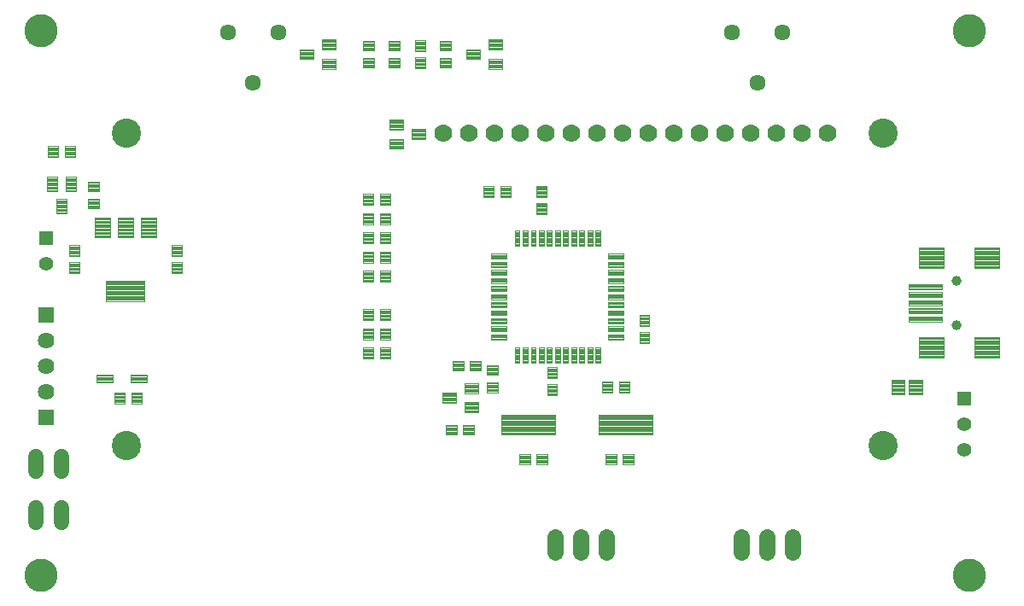
<source format=gts>
G75*
G70*
%OFA0B0*%
%FSLAX24Y24*%
%IPPOS*%
%LPD*%
%AMOC8*
5,1,8,0,0,1.08239X$1,22.5*
%
%ADD10C,0.0040*%
%ADD11C,0.0043*%
%ADD12R,0.0640X0.0640*%
%ADD13C,0.0640*%
%ADD14C,0.0041*%
%ADD15C,0.0394*%
%ADD16C,0.0044*%
%ADD17R,0.0555X0.0555*%
%ADD18C,0.0555*%
%ADD19C,0.0040*%
%ADD20C,0.1142*%
%ADD21C,0.0700*%
%ADD22C,0.0043*%
%ADD23C,0.0600*%
%ADD24C,0.1300*%
%ADD25C,0.0640*%
%ADD26C,0.0634*%
D10*
X024386Y014578D02*
X024386Y014774D01*
X024976Y014774D01*
X024976Y014578D01*
X024386Y014578D01*
X024386Y014617D02*
X024976Y014617D01*
X024976Y014656D02*
X024386Y014656D01*
X024386Y014695D02*
X024976Y014695D01*
X024976Y014734D02*
X024386Y014734D01*
X024386Y014773D02*
X024976Y014773D01*
X024386Y014893D02*
X024386Y015089D01*
X024976Y015089D01*
X024976Y014893D01*
X024386Y014893D01*
X024386Y014932D02*
X024976Y014932D01*
X024976Y014971D02*
X024386Y014971D01*
X024386Y015010D02*
X024976Y015010D01*
X024976Y015049D02*
X024386Y015049D01*
X024386Y015088D02*
X024976Y015088D01*
X024386Y015208D02*
X024386Y015404D01*
X024976Y015404D01*
X024976Y015208D01*
X024386Y015208D01*
X024386Y015247D02*
X024976Y015247D01*
X024976Y015286D02*
X024386Y015286D01*
X024386Y015325D02*
X024976Y015325D01*
X024976Y015364D02*
X024386Y015364D01*
X024386Y015403D02*
X024976Y015403D01*
X024386Y015523D02*
X024386Y015719D01*
X024976Y015719D01*
X024976Y015523D01*
X024386Y015523D01*
X024386Y015562D02*
X024976Y015562D01*
X024976Y015601D02*
X024386Y015601D01*
X024386Y015640D02*
X024976Y015640D01*
X024976Y015679D02*
X024386Y015679D01*
X024386Y015718D02*
X024976Y015718D01*
X024386Y015838D02*
X024386Y016034D01*
X024976Y016034D01*
X024976Y015838D01*
X024386Y015838D01*
X024386Y015877D02*
X024976Y015877D01*
X024976Y015916D02*
X024386Y015916D01*
X024386Y015955D02*
X024976Y015955D01*
X024976Y015994D02*
X024386Y015994D01*
X024386Y016033D02*
X024976Y016033D01*
X024386Y016153D02*
X024386Y016349D01*
X024976Y016349D01*
X024976Y016153D01*
X024386Y016153D01*
X024386Y016192D02*
X024976Y016192D01*
X024976Y016231D02*
X024386Y016231D01*
X024386Y016270D02*
X024976Y016270D01*
X024976Y016309D02*
X024386Y016309D01*
X024386Y016348D02*
X024976Y016348D01*
X024386Y016467D02*
X024386Y016663D01*
X024976Y016663D01*
X024976Y016467D01*
X024386Y016467D01*
X024386Y016506D02*
X024976Y016506D01*
X024976Y016545D02*
X024386Y016545D01*
X024386Y016584D02*
X024976Y016584D01*
X024976Y016623D02*
X024386Y016623D01*
X024386Y016662D02*
X024976Y016662D01*
X024386Y016782D02*
X024386Y016978D01*
X024976Y016978D01*
X024976Y016782D01*
X024386Y016782D01*
X024386Y016821D02*
X024976Y016821D01*
X024976Y016860D02*
X024386Y016860D01*
X024386Y016899D02*
X024976Y016899D01*
X024976Y016938D02*
X024386Y016938D01*
X024386Y016977D02*
X024976Y016977D01*
X024386Y017097D02*
X024386Y017293D01*
X024976Y017293D01*
X024976Y017097D01*
X024386Y017097D01*
X024386Y017136D02*
X024976Y017136D01*
X024976Y017175D02*
X024386Y017175D01*
X024386Y017214D02*
X024976Y017214D01*
X024976Y017253D02*
X024386Y017253D01*
X024386Y017292D02*
X024976Y017292D01*
X024386Y017412D02*
X024386Y017608D01*
X024976Y017608D01*
X024976Y017412D01*
X024386Y017412D01*
X024386Y017451D02*
X024976Y017451D01*
X024976Y017490D02*
X024386Y017490D01*
X024386Y017529D02*
X024976Y017529D01*
X024976Y017568D02*
X024386Y017568D01*
X024386Y017607D02*
X024976Y017607D01*
X024386Y017727D02*
X024386Y017923D01*
X024976Y017923D01*
X024976Y017727D01*
X024386Y017727D01*
X024386Y017766D02*
X024976Y017766D01*
X024976Y017805D02*
X024386Y017805D01*
X024386Y017844D02*
X024976Y017844D01*
X024976Y017883D02*
X024386Y017883D01*
X024386Y017922D02*
X024976Y017922D01*
X025291Y018239D02*
X025291Y018829D01*
X025487Y018829D01*
X025487Y018239D01*
X025291Y018239D01*
X025291Y018278D02*
X025487Y018278D01*
X025487Y018317D02*
X025291Y018317D01*
X025291Y018356D02*
X025487Y018356D01*
X025487Y018395D02*
X025291Y018395D01*
X025291Y018434D02*
X025487Y018434D01*
X025487Y018473D02*
X025291Y018473D01*
X025291Y018512D02*
X025487Y018512D01*
X025487Y018551D02*
X025291Y018551D01*
X025291Y018590D02*
X025487Y018590D01*
X025487Y018629D02*
X025291Y018629D01*
X025291Y018668D02*
X025487Y018668D01*
X025487Y018707D02*
X025291Y018707D01*
X025291Y018746D02*
X025487Y018746D01*
X025487Y018785D02*
X025291Y018785D01*
X025291Y018824D02*
X025487Y018824D01*
X025606Y018829D02*
X025606Y018239D01*
X025606Y018829D02*
X025802Y018829D01*
X025802Y018239D01*
X025606Y018239D01*
X025606Y018278D02*
X025802Y018278D01*
X025802Y018317D02*
X025606Y018317D01*
X025606Y018356D02*
X025802Y018356D01*
X025802Y018395D02*
X025606Y018395D01*
X025606Y018434D02*
X025802Y018434D01*
X025802Y018473D02*
X025606Y018473D01*
X025606Y018512D02*
X025802Y018512D01*
X025802Y018551D02*
X025606Y018551D01*
X025606Y018590D02*
X025802Y018590D01*
X025802Y018629D02*
X025606Y018629D01*
X025606Y018668D02*
X025802Y018668D01*
X025802Y018707D02*
X025606Y018707D01*
X025606Y018746D02*
X025802Y018746D01*
X025802Y018785D02*
X025606Y018785D01*
X025606Y018824D02*
X025802Y018824D01*
X025921Y018829D02*
X025921Y018239D01*
X025921Y018829D02*
X026117Y018829D01*
X026117Y018239D01*
X025921Y018239D01*
X025921Y018278D02*
X026117Y018278D01*
X026117Y018317D02*
X025921Y018317D01*
X025921Y018356D02*
X026117Y018356D01*
X026117Y018395D02*
X025921Y018395D01*
X025921Y018434D02*
X026117Y018434D01*
X026117Y018473D02*
X025921Y018473D01*
X025921Y018512D02*
X026117Y018512D01*
X026117Y018551D02*
X025921Y018551D01*
X025921Y018590D02*
X026117Y018590D01*
X026117Y018629D02*
X025921Y018629D01*
X025921Y018668D02*
X026117Y018668D01*
X026117Y018707D02*
X025921Y018707D01*
X025921Y018746D02*
X026117Y018746D01*
X026117Y018785D02*
X025921Y018785D01*
X025921Y018824D02*
X026117Y018824D01*
X026236Y018829D02*
X026236Y018239D01*
X026236Y018829D02*
X026432Y018829D01*
X026432Y018239D01*
X026236Y018239D01*
X026236Y018278D02*
X026432Y018278D01*
X026432Y018317D02*
X026236Y018317D01*
X026236Y018356D02*
X026432Y018356D01*
X026432Y018395D02*
X026236Y018395D01*
X026236Y018434D02*
X026432Y018434D01*
X026432Y018473D02*
X026236Y018473D01*
X026236Y018512D02*
X026432Y018512D01*
X026432Y018551D02*
X026236Y018551D01*
X026236Y018590D02*
X026432Y018590D01*
X026432Y018629D02*
X026236Y018629D01*
X026236Y018668D02*
X026432Y018668D01*
X026432Y018707D02*
X026236Y018707D01*
X026236Y018746D02*
X026432Y018746D01*
X026432Y018785D02*
X026236Y018785D01*
X026236Y018824D02*
X026432Y018824D01*
X026551Y018829D02*
X026551Y018239D01*
X026551Y018829D02*
X026747Y018829D01*
X026747Y018239D01*
X026551Y018239D01*
X026551Y018278D02*
X026747Y018278D01*
X026747Y018317D02*
X026551Y018317D01*
X026551Y018356D02*
X026747Y018356D01*
X026747Y018395D02*
X026551Y018395D01*
X026551Y018434D02*
X026747Y018434D01*
X026747Y018473D02*
X026551Y018473D01*
X026551Y018512D02*
X026747Y018512D01*
X026747Y018551D02*
X026551Y018551D01*
X026551Y018590D02*
X026747Y018590D01*
X026747Y018629D02*
X026551Y018629D01*
X026551Y018668D02*
X026747Y018668D01*
X026747Y018707D02*
X026551Y018707D01*
X026551Y018746D02*
X026747Y018746D01*
X026747Y018785D02*
X026551Y018785D01*
X026551Y018824D02*
X026747Y018824D01*
X026866Y018829D02*
X026866Y018239D01*
X026866Y018829D02*
X027062Y018829D01*
X027062Y018239D01*
X026866Y018239D01*
X026866Y018278D02*
X027062Y018278D01*
X027062Y018317D02*
X026866Y018317D01*
X026866Y018356D02*
X027062Y018356D01*
X027062Y018395D02*
X026866Y018395D01*
X026866Y018434D02*
X027062Y018434D01*
X027062Y018473D02*
X026866Y018473D01*
X026866Y018512D02*
X027062Y018512D01*
X027062Y018551D02*
X026866Y018551D01*
X026866Y018590D02*
X027062Y018590D01*
X027062Y018629D02*
X026866Y018629D01*
X026866Y018668D02*
X027062Y018668D01*
X027062Y018707D02*
X026866Y018707D01*
X026866Y018746D02*
X027062Y018746D01*
X027062Y018785D02*
X026866Y018785D01*
X026866Y018824D02*
X027062Y018824D01*
X027181Y018829D02*
X027181Y018239D01*
X027181Y018829D02*
X027377Y018829D01*
X027377Y018239D01*
X027181Y018239D01*
X027181Y018278D02*
X027377Y018278D01*
X027377Y018317D02*
X027181Y018317D01*
X027181Y018356D02*
X027377Y018356D01*
X027377Y018395D02*
X027181Y018395D01*
X027181Y018434D02*
X027377Y018434D01*
X027377Y018473D02*
X027181Y018473D01*
X027181Y018512D02*
X027377Y018512D01*
X027377Y018551D02*
X027181Y018551D01*
X027181Y018590D02*
X027377Y018590D01*
X027377Y018629D02*
X027181Y018629D01*
X027181Y018668D02*
X027377Y018668D01*
X027377Y018707D02*
X027181Y018707D01*
X027181Y018746D02*
X027377Y018746D01*
X027377Y018785D02*
X027181Y018785D01*
X027181Y018824D02*
X027377Y018824D01*
X027496Y018829D02*
X027496Y018239D01*
X027496Y018829D02*
X027692Y018829D01*
X027692Y018239D01*
X027496Y018239D01*
X027496Y018278D02*
X027692Y018278D01*
X027692Y018317D02*
X027496Y018317D01*
X027496Y018356D02*
X027692Y018356D01*
X027692Y018395D02*
X027496Y018395D01*
X027496Y018434D02*
X027692Y018434D01*
X027692Y018473D02*
X027496Y018473D01*
X027496Y018512D02*
X027692Y018512D01*
X027692Y018551D02*
X027496Y018551D01*
X027496Y018590D02*
X027692Y018590D01*
X027692Y018629D02*
X027496Y018629D01*
X027496Y018668D02*
X027692Y018668D01*
X027692Y018707D02*
X027496Y018707D01*
X027496Y018746D02*
X027692Y018746D01*
X027692Y018785D02*
X027496Y018785D01*
X027496Y018824D02*
X027692Y018824D01*
X027811Y018829D02*
X027811Y018239D01*
X027811Y018829D02*
X028007Y018829D01*
X028007Y018239D01*
X027811Y018239D01*
X027811Y018278D02*
X028007Y018278D01*
X028007Y018317D02*
X027811Y018317D01*
X027811Y018356D02*
X028007Y018356D01*
X028007Y018395D02*
X027811Y018395D01*
X027811Y018434D02*
X028007Y018434D01*
X028007Y018473D02*
X027811Y018473D01*
X027811Y018512D02*
X028007Y018512D01*
X028007Y018551D02*
X027811Y018551D01*
X027811Y018590D02*
X028007Y018590D01*
X028007Y018629D02*
X027811Y018629D01*
X027811Y018668D02*
X028007Y018668D01*
X028007Y018707D02*
X027811Y018707D01*
X027811Y018746D02*
X028007Y018746D01*
X028007Y018785D02*
X027811Y018785D01*
X027811Y018824D02*
X028007Y018824D01*
X028126Y018829D02*
X028126Y018239D01*
X028126Y018829D02*
X028322Y018829D01*
X028322Y018239D01*
X028126Y018239D01*
X028126Y018278D02*
X028322Y018278D01*
X028322Y018317D02*
X028126Y018317D01*
X028126Y018356D02*
X028322Y018356D01*
X028322Y018395D02*
X028126Y018395D01*
X028126Y018434D02*
X028322Y018434D01*
X028322Y018473D02*
X028126Y018473D01*
X028126Y018512D02*
X028322Y018512D01*
X028322Y018551D02*
X028126Y018551D01*
X028126Y018590D02*
X028322Y018590D01*
X028322Y018629D02*
X028126Y018629D01*
X028126Y018668D02*
X028322Y018668D01*
X028322Y018707D02*
X028126Y018707D01*
X028126Y018746D02*
X028322Y018746D01*
X028322Y018785D02*
X028126Y018785D01*
X028126Y018824D02*
X028322Y018824D01*
X028441Y018829D02*
X028441Y018239D01*
X028441Y018829D02*
X028637Y018829D01*
X028637Y018239D01*
X028441Y018239D01*
X028441Y018278D02*
X028637Y018278D01*
X028637Y018317D02*
X028441Y018317D01*
X028441Y018356D02*
X028637Y018356D01*
X028637Y018395D02*
X028441Y018395D01*
X028441Y018434D02*
X028637Y018434D01*
X028637Y018473D02*
X028441Y018473D01*
X028441Y018512D02*
X028637Y018512D01*
X028637Y018551D02*
X028441Y018551D01*
X028441Y018590D02*
X028637Y018590D01*
X028637Y018629D02*
X028441Y018629D01*
X028441Y018668D02*
X028637Y018668D01*
X028637Y018707D02*
X028441Y018707D01*
X028441Y018746D02*
X028637Y018746D01*
X028637Y018785D02*
X028441Y018785D01*
X028441Y018824D02*
X028637Y018824D01*
X028953Y017923D02*
X028953Y017727D01*
X028953Y017923D02*
X029543Y017923D01*
X029543Y017727D01*
X028953Y017727D01*
X028953Y017766D02*
X029543Y017766D01*
X029543Y017805D02*
X028953Y017805D01*
X028953Y017844D02*
X029543Y017844D01*
X029543Y017883D02*
X028953Y017883D01*
X028953Y017922D02*
X029543Y017922D01*
X028953Y017608D02*
X028953Y017412D01*
X028953Y017608D02*
X029543Y017608D01*
X029543Y017412D01*
X028953Y017412D01*
X028953Y017451D02*
X029543Y017451D01*
X029543Y017490D02*
X028953Y017490D01*
X028953Y017529D02*
X029543Y017529D01*
X029543Y017568D02*
X028953Y017568D01*
X028953Y017607D02*
X029543Y017607D01*
X028953Y017293D02*
X028953Y017097D01*
X028953Y017293D02*
X029543Y017293D01*
X029543Y017097D01*
X028953Y017097D01*
X028953Y017136D02*
X029543Y017136D01*
X029543Y017175D02*
X028953Y017175D01*
X028953Y017214D02*
X029543Y017214D01*
X029543Y017253D02*
X028953Y017253D01*
X028953Y017292D02*
X029543Y017292D01*
X028953Y016978D02*
X028953Y016782D01*
X028953Y016978D02*
X029543Y016978D01*
X029543Y016782D01*
X028953Y016782D01*
X028953Y016821D02*
X029543Y016821D01*
X029543Y016860D02*
X028953Y016860D01*
X028953Y016899D02*
X029543Y016899D01*
X029543Y016938D02*
X028953Y016938D01*
X028953Y016977D02*
X029543Y016977D01*
X028953Y016663D02*
X028953Y016467D01*
X028953Y016663D02*
X029543Y016663D01*
X029543Y016467D01*
X028953Y016467D01*
X028953Y016506D02*
X029543Y016506D01*
X029543Y016545D02*
X028953Y016545D01*
X028953Y016584D02*
X029543Y016584D01*
X029543Y016623D02*
X028953Y016623D01*
X028953Y016662D02*
X029543Y016662D01*
X028953Y016349D02*
X028953Y016153D01*
X028953Y016349D02*
X029543Y016349D01*
X029543Y016153D01*
X028953Y016153D01*
X028953Y016192D02*
X029543Y016192D01*
X029543Y016231D02*
X028953Y016231D01*
X028953Y016270D02*
X029543Y016270D01*
X029543Y016309D02*
X028953Y016309D01*
X028953Y016348D02*
X029543Y016348D01*
X028953Y016034D02*
X028953Y015838D01*
X028953Y016034D02*
X029543Y016034D01*
X029543Y015838D01*
X028953Y015838D01*
X028953Y015877D02*
X029543Y015877D01*
X029543Y015916D02*
X028953Y015916D01*
X028953Y015955D02*
X029543Y015955D01*
X029543Y015994D02*
X028953Y015994D01*
X028953Y016033D02*
X029543Y016033D01*
X028953Y015719D02*
X028953Y015523D01*
X028953Y015719D02*
X029543Y015719D01*
X029543Y015523D01*
X028953Y015523D01*
X028953Y015562D02*
X029543Y015562D01*
X029543Y015601D02*
X028953Y015601D01*
X028953Y015640D02*
X029543Y015640D01*
X029543Y015679D02*
X028953Y015679D01*
X028953Y015718D02*
X029543Y015718D01*
X028953Y015404D02*
X028953Y015208D01*
X028953Y015404D02*
X029543Y015404D01*
X029543Y015208D01*
X028953Y015208D01*
X028953Y015247D02*
X029543Y015247D01*
X029543Y015286D02*
X028953Y015286D01*
X028953Y015325D02*
X029543Y015325D01*
X029543Y015364D02*
X028953Y015364D01*
X028953Y015403D02*
X029543Y015403D01*
X028953Y015089D02*
X028953Y014893D01*
X028953Y015089D02*
X029543Y015089D01*
X029543Y014893D01*
X028953Y014893D01*
X028953Y014932D02*
X029543Y014932D01*
X029543Y014971D02*
X028953Y014971D01*
X028953Y015010D02*
X029543Y015010D01*
X029543Y015049D02*
X028953Y015049D01*
X028953Y015088D02*
X029543Y015088D01*
X028953Y014774D02*
X028953Y014578D01*
X028953Y014774D02*
X029543Y014774D01*
X029543Y014578D01*
X028953Y014578D01*
X028953Y014617D02*
X029543Y014617D01*
X029543Y014656D02*
X028953Y014656D01*
X028953Y014695D02*
X029543Y014695D01*
X029543Y014734D02*
X028953Y014734D01*
X028953Y014773D02*
X029543Y014773D01*
X028441Y014262D02*
X028441Y013672D01*
X028441Y014262D02*
X028637Y014262D01*
X028637Y013672D01*
X028441Y013672D01*
X028441Y013711D02*
X028637Y013711D01*
X028637Y013750D02*
X028441Y013750D01*
X028441Y013789D02*
X028637Y013789D01*
X028637Y013828D02*
X028441Y013828D01*
X028441Y013867D02*
X028637Y013867D01*
X028637Y013906D02*
X028441Y013906D01*
X028441Y013945D02*
X028637Y013945D01*
X028637Y013984D02*
X028441Y013984D01*
X028441Y014023D02*
X028637Y014023D01*
X028637Y014062D02*
X028441Y014062D01*
X028441Y014101D02*
X028637Y014101D01*
X028637Y014140D02*
X028441Y014140D01*
X028441Y014179D02*
X028637Y014179D01*
X028637Y014218D02*
X028441Y014218D01*
X028441Y014257D02*
X028637Y014257D01*
X028126Y014262D02*
X028126Y013672D01*
X028126Y014262D02*
X028322Y014262D01*
X028322Y013672D01*
X028126Y013672D01*
X028126Y013711D02*
X028322Y013711D01*
X028322Y013750D02*
X028126Y013750D01*
X028126Y013789D02*
X028322Y013789D01*
X028322Y013828D02*
X028126Y013828D01*
X028126Y013867D02*
X028322Y013867D01*
X028322Y013906D02*
X028126Y013906D01*
X028126Y013945D02*
X028322Y013945D01*
X028322Y013984D02*
X028126Y013984D01*
X028126Y014023D02*
X028322Y014023D01*
X028322Y014062D02*
X028126Y014062D01*
X028126Y014101D02*
X028322Y014101D01*
X028322Y014140D02*
X028126Y014140D01*
X028126Y014179D02*
X028322Y014179D01*
X028322Y014218D02*
X028126Y014218D01*
X028126Y014257D02*
X028322Y014257D01*
X027811Y014262D02*
X027811Y013672D01*
X027811Y014262D02*
X028007Y014262D01*
X028007Y013672D01*
X027811Y013672D01*
X027811Y013711D02*
X028007Y013711D01*
X028007Y013750D02*
X027811Y013750D01*
X027811Y013789D02*
X028007Y013789D01*
X028007Y013828D02*
X027811Y013828D01*
X027811Y013867D02*
X028007Y013867D01*
X028007Y013906D02*
X027811Y013906D01*
X027811Y013945D02*
X028007Y013945D01*
X028007Y013984D02*
X027811Y013984D01*
X027811Y014023D02*
X028007Y014023D01*
X028007Y014062D02*
X027811Y014062D01*
X027811Y014101D02*
X028007Y014101D01*
X028007Y014140D02*
X027811Y014140D01*
X027811Y014179D02*
X028007Y014179D01*
X028007Y014218D02*
X027811Y014218D01*
X027811Y014257D02*
X028007Y014257D01*
X027496Y014262D02*
X027496Y013672D01*
X027496Y014262D02*
X027692Y014262D01*
X027692Y013672D01*
X027496Y013672D01*
X027496Y013711D02*
X027692Y013711D01*
X027692Y013750D02*
X027496Y013750D01*
X027496Y013789D02*
X027692Y013789D01*
X027692Y013828D02*
X027496Y013828D01*
X027496Y013867D02*
X027692Y013867D01*
X027692Y013906D02*
X027496Y013906D01*
X027496Y013945D02*
X027692Y013945D01*
X027692Y013984D02*
X027496Y013984D01*
X027496Y014023D02*
X027692Y014023D01*
X027692Y014062D02*
X027496Y014062D01*
X027496Y014101D02*
X027692Y014101D01*
X027692Y014140D02*
X027496Y014140D01*
X027496Y014179D02*
X027692Y014179D01*
X027692Y014218D02*
X027496Y014218D01*
X027496Y014257D02*
X027692Y014257D01*
X027181Y014262D02*
X027181Y013672D01*
X027181Y014262D02*
X027377Y014262D01*
X027377Y013672D01*
X027181Y013672D01*
X027181Y013711D02*
X027377Y013711D01*
X027377Y013750D02*
X027181Y013750D01*
X027181Y013789D02*
X027377Y013789D01*
X027377Y013828D02*
X027181Y013828D01*
X027181Y013867D02*
X027377Y013867D01*
X027377Y013906D02*
X027181Y013906D01*
X027181Y013945D02*
X027377Y013945D01*
X027377Y013984D02*
X027181Y013984D01*
X027181Y014023D02*
X027377Y014023D01*
X027377Y014062D02*
X027181Y014062D01*
X027181Y014101D02*
X027377Y014101D01*
X027377Y014140D02*
X027181Y014140D01*
X027181Y014179D02*
X027377Y014179D01*
X027377Y014218D02*
X027181Y014218D01*
X027181Y014257D02*
X027377Y014257D01*
X026866Y014262D02*
X026866Y013672D01*
X026866Y014262D02*
X027062Y014262D01*
X027062Y013672D01*
X026866Y013672D01*
X026866Y013711D02*
X027062Y013711D01*
X027062Y013750D02*
X026866Y013750D01*
X026866Y013789D02*
X027062Y013789D01*
X027062Y013828D02*
X026866Y013828D01*
X026866Y013867D02*
X027062Y013867D01*
X027062Y013906D02*
X026866Y013906D01*
X026866Y013945D02*
X027062Y013945D01*
X027062Y013984D02*
X026866Y013984D01*
X026866Y014023D02*
X027062Y014023D01*
X027062Y014062D02*
X026866Y014062D01*
X026866Y014101D02*
X027062Y014101D01*
X027062Y014140D02*
X026866Y014140D01*
X026866Y014179D02*
X027062Y014179D01*
X027062Y014218D02*
X026866Y014218D01*
X026866Y014257D02*
X027062Y014257D01*
X026551Y014262D02*
X026551Y013672D01*
X026551Y014262D02*
X026747Y014262D01*
X026747Y013672D01*
X026551Y013672D01*
X026551Y013711D02*
X026747Y013711D01*
X026747Y013750D02*
X026551Y013750D01*
X026551Y013789D02*
X026747Y013789D01*
X026747Y013828D02*
X026551Y013828D01*
X026551Y013867D02*
X026747Y013867D01*
X026747Y013906D02*
X026551Y013906D01*
X026551Y013945D02*
X026747Y013945D01*
X026747Y013984D02*
X026551Y013984D01*
X026551Y014023D02*
X026747Y014023D01*
X026747Y014062D02*
X026551Y014062D01*
X026551Y014101D02*
X026747Y014101D01*
X026747Y014140D02*
X026551Y014140D01*
X026551Y014179D02*
X026747Y014179D01*
X026747Y014218D02*
X026551Y014218D01*
X026551Y014257D02*
X026747Y014257D01*
X026236Y014262D02*
X026236Y013672D01*
X026236Y014262D02*
X026432Y014262D01*
X026432Y013672D01*
X026236Y013672D01*
X026236Y013711D02*
X026432Y013711D01*
X026432Y013750D02*
X026236Y013750D01*
X026236Y013789D02*
X026432Y013789D01*
X026432Y013828D02*
X026236Y013828D01*
X026236Y013867D02*
X026432Y013867D01*
X026432Y013906D02*
X026236Y013906D01*
X026236Y013945D02*
X026432Y013945D01*
X026432Y013984D02*
X026236Y013984D01*
X026236Y014023D02*
X026432Y014023D01*
X026432Y014062D02*
X026236Y014062D01*
X026236Y014101D02*
X026432Y014101D01*
X026432Y014140D02*
X026236Y014140D01*
X026236Y014179D02*
X026432Y014179D01*
X026432Y014218D02*
X026236Y014218D01*
X026236Y014257D02*
X026432Y014257D01*
X025921Y014262D02*
X025921Y013672D01*
X025921Y014262D02*
X026117Y014262D01*
X026117Y013672D01*
X025921Y013672D01*
X025921Y013711D02*
X026117Y013711D01*
X026117Y013750D02*
X025921Y013750D01*
X025921Y013789D02*
X026117Y013789D01*
X026117Y013828D02*
X025921Y013828D01*
X025921Y013867D02*
X026117Y013867D01*
X026117Y013906D02*
X025921Y013906D01*
X025921Y013945D02*
X026117Y013945D01*
X026117Y013984D02*
X025921Y013984D01*
X025921Y014023D02*
X026117Y014023D01*
X026117Y014062D02*
X025921Y014062D01*
X025921Y014101D02*
X026117Y014101D01*
X026117Y014140D02*
X025921Y014140D01*
X025921Y014179D02*
X026117Y014179D01*
X026117Y014218D02*
X025921Y014218D01*
X025921Y014257D02*
X026117Y014257D01*
X025606Y014262D02*
X025606Y013672D01*
X025606Y014262D02*
X025802Y014262D01*
X025802Y013672D01*
X025606Y013672D01*
X025606Y013711D02*
X025802Y013711D01*
X025802Y013750D02*
X025606Y013750D01*
X025606Y013789D02*
X025802Y013789D01*
X025802Y013828D02*
X025606Y013828D01*
X025606Y013867D02*
X025802Y013867D01*
X025802Y013906D02*
X025606Y013906D01*
X025606Y013945D02*
X025802Y013945D01*
X025802Y013984D02*
X025606Y013984D01*
X025606Y014023D02*
X025802Y014023D01*
X025802Y014062D02*
X025606Y014062D01*
X025606Y014101D02*
X025802Y014101D01*
X025802Y014140D02*
X025606Y014140D01*
X025606Y014179D02*
X025802Y014179D01*
X025802Y014218D02*
X025606Y014218D01*
X025606Y014257D02*
X025802Y014257D01*
X025291Y014262D02*
X025291Y013672D01*
X025291Y014262D02*
X025487Y014262D01*
X025487Y013672D01*
X025291Y013672D01*
X025291Y013711D02*
X025487Y013711D01*
X025487Y013750D02*
X025291Y013750D01*
X025291Y013789D02*
X025487Y013789D01*
X025487Y013828D02*
X025291Y013828D01*
X025291Y013867D02*
X025487Y013867D01*
X025487Y013906D02*
X025291Y013906D01*
X025291Y013945D02*
X025487Y013945D01*
X025487Y013984D02*
X025291Y013984D01*
X025291Y014023D02*
X025487Y014023D01*
X025487Y014062D02*
X025291Y014062D01*
X025291Y014101D02*
X025487Y014101D01*
X025487Y014140D02*
X025291Y014140D01*
X025291Y014179D02*
X025487Y014179D01*
X025487Y014218D02*
X025291Y014218D01*
X025291Y014257D02*
X025487Y014257D01*
X041963Y015287D02*
X041963Y015483D01*
X041963Y015287D02*
X040665Y015287D01*
X040665Y015483D01*
X041963Y015483D01*
X041963Y015326D02*
X040665Y015326D01*
X040665Y015365D02*
X041963Y015365D01*
X041963Y015404D02*
X040665Y015404D01*
X040665Y015443D02*
X041963Y015443D01*
X041963Y015482D02*
X040665Y015482D01*
X041963Y015602D02*
X041963Y015798D01*
X041963Y015602D02*
X040665Y015602D01*
X040665Y015798D01*
X041963Y015798D01*
X041963Y015641D02*
X040665Y015641D01*
X040665Y015680D02*
X041963Y015680D01*
X041963Y015719D02*
X040665Y015719D01*
X040665Y015758D02*
X041963Y015758D01*
X041963Y015797D02*
X040665Y015797D01*
X041963Y015916D02*
X041963Y016112D01*
X041963Y015916D02*
X040665Y015916D01*
X040665Y016112D01*
X041963Y016112D01*
X041963Y015955D02*
X040665Y015955D01*
X040665Y015994D02*
X041963Y015994D01*
X041963Y016033D02*
X040665Y016033D01*
X040665Y016072D02*
X041963Y016072D01*
X041963Y016111D02*
X040665Y016111D01*
X041963Y016231D02*
X041963Y016427D01*
X041963Y016231D02*
X040665Y016231D01*
X040665Y016427D01*
X041963Y016427D01*
X041963Y016270D02*
X040665Y016270D01*
X040665Y016309D02*
X041963Y016309D01*
X041963Y016348D02*
X040665Y016348D01*
X040665Y016387D02*
X041963Y016387D01*
X041963Y016426D02*
X040665Y016426D01*
X041963Y016546D02*
X041963Y016742D01*
X041963Y016546D02*
X040665Y016546D01*
X040665Y016742D01*
X041963Y016742D01*
X041963Y016585D02*
X040665Y016585D01*
X040665Y016624D02*
X041963Y016624D01*
X041963Y016663D02*
X040665Y016663D01*
X040665Y016702D02*
X041963Y016702D01*
X041963Y016741D02*
X040665Y016741D01*
D11*
X030161Y015540D02*
X030161Y015110D01*
X030161Y015540D02*
X030553Y015540D01*
X030553Y015110D01*
X030161Y015110D01*
X030161Y015152D02*
X030553Y015152D01*
X030553Y015194D02*
X030161Y015194D01*
X030161Y015236D02*
X030553Y015236D01*
X030553Y015278D02*
X030161Y015278D01*
X030161Y015320D02*
X030553Y015320D01*
X030553Y015362D02*
X030161Y015362D01*
X030161Y015404D02*
X030553Y015404D01*
X030553Y015446D02*
X030161Y015446D01*
X030161Y015488D02*
X030553Y015488D01*
X030553Y015530D02*
X030161Y015530D01*
X030161Y014871D02*
X030161Y014441D01*
X030161Y014871D02*
X030553Y014871D01*
X030553Y014441D01*
X030161Y014441D01*
X030161Y014483D02*
X030553Y014483D01*
X030553Y014525D02*
X030161Y014525D01*
X030161Y014567D02*
X030553Y014567D01*
X030553Y014609D02*
X030161Y014609D01*
X030161Y014651D02*
X030553Y014651D01*
X030553Y014693D02*
X030161Y014693D01*
X030161Y014735D02*
X030553Y014735D01*
X030553Y014777D02*
X030161Y014777D01*
X030161Y014819D02*
X030553Y014819D01*
X030553Y014861D02*
X030161Y014861D01*
X029770Y012511D02*
X029378Y012511D01*
X029378Y012941D01*
X029770Y012941D01*
X029770Y012511D01*
X029770Y012553D02*
X029378Y012553D01*
X029378Y012595D02*
X029770Y012595D01*
X029770Y012637D02*
X029378Y012637D01*
X029378Y012679D02*
X029770Y012679D01*
X029770Y012721D02*
X029378Y012721D01*
X029378Y012763D02*
X029770Y012763D01*
X029770Y012805D02*
X029378Y012805D01*
X029378Y012847D02*
X029770Y012847D01*
X029770Y012889D02*
X029378Y012889D01*
X029378Y012931D02*
X029770Y012931D01*
X029100Y012511D02*
X028708Y012511D01*
X028708Y012941D01*
X029100Y012941D01*
X029100Y012511D01*
X029100Y012553D02*
X028708Y012553D01*
X028708Y012595D02*
X029100Y012595D01*
X029100Y012637D02*
X028708Y012637D01*
X028708Y012679D02*
X029100Y012679D01*
X029100Y012721D02*
X028708Y012721D01*
X028708Y012763D02*
X029100Y012763D01*
X029100Y012805D02*
X028708Y012805D01*
X028708Y012847D02*
X029100Y012847D01*
X029100Y012889D02*
X028708Y012889D01*
X028708Y012931D02*
X029100Y012931D01*
X026948Y012831D02*
X026948Y012401D01*
X026556Y012401D01*
X026556Y012831D01*
X026948Y012831D01*
X026948Y012443D02*
X026556Y012443D01*
X026556Y012485D02*
X026948Y012485D01*
X026948Y012527D02*
X026556Y012527D01*
X026556Y012569D02*
X026948Y012569D01*
X026948Y012611D02*
X026556Y012611D01*
X026556Y012653D02*
X026948Y012653D01*
X026948Y012695D02*
X026556Y012695D01*
X026556Y012737D02*
X026948Y012737D01*
X026948Y012779D02*
X026556Y012779D01*
X026556Y012821D02*
X026948Y012821D01*
X026948Y013070D02*
X026948Y013500D01*
X026948Y013070D02*
X026556Y013070D01*
X026556Y013500D01*
X026948Y013500D01*
X026948Y013112D02*
X026556Y013112D01*
X026556Y013154D02*
X026948Y013154D01*
X026948Y013196D02*
X026556Y013196D01*
X026556Y013238D02*
X026948Y013238D01*
X026948Y013280D02*
X026556Y013280D01*
X026556Y013322D02*
X026948Y013322D01*
X026948Y013364D02*
X026556Y013364D01*
X026556Y013406D02*
X026948Y013406D01*
X026948Y013448D02*
X026556Y013448D01*
X026556Y013490D02*
X026948Y013490D01*
X024199Y013581D02*
X024199Y013189D01*
X024199Y013581D02*
X024629Y013581D01*
X024629Y013189D01*
X024199Y013189D01*
X024199Y013231D02*
X024629Y013231D01*
X024629Y013273D02*
X024199Y013273D01*
X024199Y013315D02*
X024629Y013315D01*
X024629Y013357D02*
X024199Y013357D01*
X024199Y013399D02*
X024629Y013399D01*
X024629Y013441D02*
X024199Y013441D01*
X024199Y013483D02*
X024629Y013483D01*
X024629Y013525D02*
X024199Y013525D01*
X024199Y013567D02*
X024629Y013567D01*
X024199Y012912D02*
X024199Y012520D01*
X024199Y012912D02*
X024629Y012912D01*
X024629Y012520D01*
X024199Y012520D01*
X024199Y012562D02*
X024629Y012562D01*
X024629Y012604D02*
X024199Y012604D01*
X024199Y012646D02*
X024629Y012646D01*
X024629Y012688D02*
X024199Y012688D01*
X024199Y012730D02*
X024629Y012730D01*
X024629Y012772D02*
X024199Y012772D01*
X024199Y012814D02*
X024629Y012814D01*
X024629Y012856D02*
X024199Y012856D01*
X024199Y012898D02*
X024629Y012898D01*
X023871Y012871D02*
X023871Y012479D01*
X023323Y012479D01*
X023323Y012871D01*
X023871Y012871D01*
X023871Y012521D02*
X023323Y012521D01*
X023323Y012563D02*
X023871Y012563D01*
X023871Y012605D02*
X023323Y012605D01*
X023323Y012647D02*
X023871Y012647D01*
X023871Y012689D02*
X023323Y012689D01*
X023323Y012731D02*
X023871Y012731D01*
X023871Y012773D02*
X023323Y012773D01*
X023323Y012815D02*
X023871Y012815D01*
X023871Y012857D02*
X023323Y012857D01*
X023294Y013355D02*
X022864Y013355D01*
X022864Y013747D01*
X023294Y013747D01*
X023294Y013355D01*
X023294Y013397D02*
X022864Y013397D01*
X022864Y013439D02*
X023294Y013439D01*
X023294Y013481D02*
X022864Y013481D01*
X022864Y013523D02*
X023294Y013523D01*
X023294Y013565D02*
X022864Y013565D01*
X022864Y013607D02*
X023294Y013607D01*
X023294Y013649D02*
X022864Y013649D01*
X022864Y013691D02*
X023294Y013691D01*
X023294Y013733D02*
X022864Y013733D01*
X023534Y013355D02*
X023964Y013355D01*
X023534Y013355D02*
X023534Y013747D01*
X023964Y013747D01*
X023964Y013355D01*
X023964Y013397D02*
X023534Y013397D01*
X023534Y013439D02*
X023964Y013439D01*
X023964Y013481D02*
X023534Y013481D01*
X023534Y013523D02*
X023964Y013523D01*
X023964Y013565D02*
X023534Y013565D01*
X023534Y013607D02*
X023964Y013607D01*
X023964Y013649D02*
X023534Y013649D01*
X023534Y013691D02*
X023964Y013691D01*
X023964Y013733D02*
X023534Y013733D01*
X023005Y012497D02*
X023005Y012105D01*
X022457Y012105D01*
X022457Y012497D01*
X023005Y012497D01*
X023005Y012147D02*
X022457Y012147D01*
X022457Y012189D02*
X023005Y012189D01*
X023005Y012231D02*
X022457Y012231D01*
X022457Y012273D02*
X023005Y012273D01*
X023005Y012315D02*
X022457Y012315D01*
X022457Y012357D02*
X023005Y012357D01*
X023005Y012399D02*
X022457Y012399D01*
X022457Y012441D02*
X023005Y012441D01*
X023005Y012483D02*
X022457Y012483D01*
X023871Y012122D02*
X023871Y011730D01*
X023323Y011730D01*
X023323Y012122D01*
X023871Y012122D01*
X023871Y011772D02*
X023323Y011772D01*
X023323Y011814D02*
X023871Y011814D01*
X023871Y011856D02*
X023323Y011856D01*
X023323Y011898D02*
X023871Y011898D01*
X023871Y011940D02*
X023323Y011940D01*
X023323Y011982D02*
X023871Y011982D01*
X023871Y012024D02*
X023323Y012024D01*
X023323Y012066D02*
X023871Y012066D01*
X023871Y012108D02*
X023323Y012108D01*
X023284Y010855D02*
X023714Y010855D01*
X023284Y010855D02*
X023284Y011247D01*
X023714Y011247D01*
X023714Y010855D01*
X023714Y010897D02*
X023284Y010897D01*
X023284Y010939D02*
X023714Y010939D01*
X023714Y010981D02*
X023284Y010981D01*
X023284Y011023D02*
X023714Y011023D01*
X023714Y011065D02*
X023284Y011065D01*
X023284Y011107D02*
X023714Y011107D01*
X023714Y011149D02*
X023284Y011149D01*
X023284Y011191D02*
X023714Y011191D01*
X023714Y011233D02*
X023284Y011233D01*
X023044Y010855D02*
X022614Y010855D01*
X022614Y011247D01*
X023044Y011247D01*
X023044Y010855D01*
X023044Y010897D02*
X022614Y010897D01*
X022614Y010939D02*
X023044Y010939D01*
X023044Y010981D02*
X022614Y010981D01*
X022614Y011023D02*
X023044Y011023D01*
X023044Y011065D02*
X022614Y011065D01*
X022614Y011107D02*
X023044Y011107D01*
X023044Y011149D02*
X022614Y011149D01*
X022614Y011191D02*
X023044Y011191D01*
X023044Y011233D02*
X022614Y011233D01*
X025477Y010109D02*
X025907Y010109D01*
X025907Y009717D01*
X025477Y009717D01*
X025477Y010109D01*
X025477Y009759D02*
X025907Y009759D01*
X025907Y009801D02*
X025477Y009801D01*
X025477Y009843D02*
X025907Y009843D01*
X025907Y009885D02*
X025477Y009885D01*
X025477Y009927D02*
X025907Y009927D01*
X025907Y009969D02*
X025477Y009969D01*
X025477Y010011D02*
X025907Y010011D01*
X025907Y010053D02*
X025477Y010053D01*
X025477Y010095D02*
X025907Y010095D01*
X026146Y010109D02*
X026576Y010109D01*
X026576Y009717D01*
X026146Y009717D01*
X026146Y010109D01*
X026146Y009759D02*
X026576Y009759D01*
X026576Y009801D02*
X026146Y009801D01*
X026146Y009843D02*
X026576Y009843D01*
X026576Y009885D02*
X026146Y009885D01*
X026146Y009927D02*
X026576Y009927D01*
X026576Y009969D02*
X026146Y009969D01*
X026146Y010011D02*
X026576Y010011D01*
X026576Y010053D02*
X026146Y010053D01*
X026146Y010095D02*
X026576Y010095D01*
X028839Y009717D02*
X029269Y009717D01*
X028839Y009717D02*
X028839Y010109D01*
X029269Y010109D01*
X029269Y009717D01*
X029269Y009759D02*
X028839Y009759D01*
X028839Y009801D02*
X029269Y009801D01*
X029269Y009843D02*
X028839Y009843D01*
X028839Y009885D02*
X029269Y009885D01*
X029269Y009927D02*
X028839Y009927D01*
X028839Y009969D02*
X029269Y009969D01*
X029269Y010011D02*
X028839Y010011D01*
X028839Y010053D02*
X029269Y010053D01*
X029269Y010095D02*
X028839Y010095D01*
X029509Y009717D02*
X029939Y009717D01*
X029509Y009717D02*
X029509Y010109D01*
X029939Y010109D01*
X029939Y009717D01*
X029939Y009759D02*
X029509Y009759D01*
X029509Y009801D02*
X029939Y009801D01*
X029939Y009843D02*
X029509Y009843D01*
X029509Y009885D02*
X029939Y009885D01*
X029939Y009927D02*
X029509Y009927D01*
X029509Y009969D02*
X029939Y009969D01*
X029939Y010011D02*
X029509Y010011D01*
X029509Y010053D02*
X029939Y010053D01*
X029939Y010095D02*
X029509Y010095D01*
X020445Y014266D02*
X020053Y014266D01*
X020445Y014266D02*
X020445Y013836D01*
X020053Y013836D01*
X020053Y014266D01*
X020053Y013878D02*
X020445Y013878D01*
X020445Y013920D02*
X020053Y013920D01*
X020053Y013962D02*
X020445Y013962D01*
X020445Y014004D02*
X020053Y014004D01*
X020053Y014046D02*
X020445Y014046D01*
X020445Y014088D02*
X020053Y014088D01*
X020053Y014130D02*
X020445Y014130D01*
X020445Y014172D02*
X020053Y014172D01*
X020053Y014214D02*
X020445Y014214D01*
X020445Y014256D02*
X020053Y014256D01*
X019775Y014266D02*
X019383Y014266D01*
X019775Y014266D02*
X019775Y013836D01*
X019383Y013836D01*
X019383Y014266D01*
X019383Y013878D02*
X019775Y013878D01*
X019775Y013920D02*
X019383Y013920D01*
X019383Y013962D02*
X019775Y013962D01*
X019775Y014004D02*
X019383Y014004D01*
X019383Y014046D02*
X019775Y014046D01*
X019775Y014088D02*
X019383Y014088D01*
X019383Y014130D02*
X019775Y014130D01*
X019775Y014172D02*
X019383Y014172D01*
X019383Y014214D02*
X019775Y014214D01*
X019775Y014256D02*
X019383Y014256D01*
X019383Y015016D02*
X019775Y015016D01*
X019775Y014586D01*
X019383Y014586D01*
X019383Y015016D01*
X019383Y014628D02*
X019775Y014628D01*
X019775Y014670D02*
X019383Y014670D01*
X019383Y014712D02*
X019775Y014712D01*
X019775Y014754D02*
X019383Y014754D01*
X019383Y014796D02*
X019775Y014796D01*
X019775Y014838D02*
X019383Y014838D01*
X019383Y014880D02*
X019775Y014880D01*
X019775Y014922D02*
X019383Y014922D01*
X019383Y014964D02*
X019775Y014964D01*
X019775Y015006D02*
X019383Y015006D01*
X020053Y015016D02*
X020445Y015016D01*
X020445Y014586D01*
X020053Y014586D01*
X020053Y015016D01*
X020053Y014628D02*
X020445Y014628D01*
X020445Y014670D02*
X020053Y014670D01*
X020053Y014712D02*
X020445Y014712D01*
X020445Y014754D02*
X020053Y014754D01*
X020053Y014796D02*
X020445Y014796D01*
X020445Y014838D02*
X020053Y014838D01*
X020053Y014880D02*
X020445Y014880D01*
X020445Y014922D02*
X020053Y014922D01*
X020053Y014964D02*
X020445Y014964D01*
X020445Y015006D02*
X020053Y015006D01*
X020053Y015766D02*
X020445Y015766D01*
X020445Y015336D01*
X020053Y015336D01*
X020053Y015766D01*
X020053Y015378D02*
X020445Y015378D01*
X020445Y015420D02*
X020053Y015420D01*
X020053Y015462D02*
X020445Y015462D01*
X020445Y015504D02*
X020053Y015504D01*
X020053Y015546D02*
X020445Y015546D01*
X020445Y015588D02*
X020053Y015588D01*
X020053Y015630D02*
X020445Y015630D01*
X020445Y015672D02*
X020053Y015672D01*
X020053Y015714D02*
X020445Y015714D01*
X020445Y015756D02*
X020053Y015756D01*
X019775Y015766D02*
X019383Y015766D01*
X019775Y015766D02*
X019775Y015336D01*
X019383Y015336D01*
X019383Y015766D01*
X019383Y015378D02*
X019775Y015378D01*
X019775Y015420D02*
X019383Y015420D01*
X019383Y015462D02*
X019775Y015462D01*
X019775Y015504D02*
X019383Y015504D01*
X019383Y015546D02*
X019775Y015546D01*
X019775Y015588D02*
X019383Y015588D01*
X019383Y015630D02*
X019775Y015630D01*
X019775Y015672D02*
X019383Y015672D01*
X019383Y015714D02*
X019775Y015714D01*
X019775Y015756D02*
X019383Y015756D01*
X019383Y017266D02*
X019775Y017266D01*
X019775Y016836D01*
X019383Y016836D01*
X019383Y017266D01*
X019383Y016878D02*
X019775Y016878D01*
X019775Y016920D02*
X019383Y016920D01*
X019383Y016962D02*
X019775Y016962D01*
X019775Y017004D02*
X019383Y017004D01*
X019383Y017046D02*
X019775Y017046D01*
X019775Y017088D02*
X019383Y017088D01*
X019383Y017130D02*
X019775Y017130D01*
X019775Y017172D02*
X019383Y017172D01*
X019383Y017214D02*
X019775Y017214D01*
X019775Y017256D02*
X019383Y017256D01*
X020053Y017266D02*
X020445Y017266D01*
X020445Y016836D01*
X020053Y016836D01*
X020053Y017266D01*
X020053Y016878D02*
X020445Y016878D01*
X020445Y016920D02*
X020053Y016920D01*
X020053Y016962D02*
X020445Y016962D01*
X020445Y017004D02*
X020053Y017004D01*
X020053Y017046D02*
X020445Y017046D01*
X020445Y017088D02*
X020053Y017088D01*
X020053Y017130D02*
X020445Y017130D01*
X020445Y017172D02*
X020053Y017172D01*
X020053Y017214D02*
X020445Y017214D01*
X020445Y017256D02*
X020053Y017256D01*
X020053Y017585D02*
X020445Y017585D01*
X020053Y017585D02*
X020053Y018015D01*
X020445Y018015D01*
X020445Y017585D01*
X020445Y017627D02*
X020053Y017627D01*
X020053Y017669D02*
X020445Y017669D01*
X020445Y017711D02*
X020053Y017711D01*
X020053Y017753D02*
X020445Y017753D01*
X020445Y017795D02*
X020053Y017795D01*
X020053Y017837D02*
X020445Y017837D01*
X020445Y017879D02*
X020053Y017879D01*
X020053Y017921D02*
X020445Y017921D01*
X020445Y017963D02*
X020053Y017963D01*
X020053Y018005D02*
X020445Y018005D01*
X020445Y018766D02*
X020053Y018766D01*
X020445Y018766D02*
X020445Y018336D01*
X020053Y018336D01*
X020053Y018766D01*
X020053Y018378D02*
X020445Y018378D01*
X020445Y018420D02*
X020053Y018420D01*
X020053Y018462D02*
X020445Y018462D01*
X020445Y018504D02*
X020053Y018504D01*
X020053Y018546D02*
X020445Y018546D01*
X020445Y018588D02*
X020053Y018588D01*
X020053Y018630D02*
X020445Y018630D01*
X020445Y018672D02*
X020053Y018672D01*
X020053Y018714D02*
X020445Y018714D01*
X020445Y018756D02*
X020053Y018756D01*
X019775Y018766D02*
X019383Y018766D01*
X019775Y018766D02*
X019775Y018336D01*
X019383Y018336D01*
X019383Y018766D01*
X019383Y018378D02*
X019775Y018378D01*
X019775Y018420D02*
X019383Y018420D01*
X019383Y018462D02*
X019775Y018462D01*
X019775Y018504D02*
X019383Y018504D01*
X019383Y018546D02*
X019775Y018546D01*
X019775Y018588D02*
X019383Y018588D01*
X019383Y018630D02*
X019775Y018630D01*
X019775Y018672D02*
X019383Y018672D01*
X019383Y018714D02*
X019775Y018714D01*
X019775Y018756D02*
X019383Y018756D01*
X019383Y019516D02*
X019775Y019516D01*
X019775Y019086D01*
X019383Y019086D01*
X019383Y019516D01*
X019383Y019128D02*
X019775Y019128D01*
X019775Y019170D02*
X019383Y019170D01*
X019383Y019212D02*
X019775Y019212D01*
X019775Y019254D02*
X019383Y019254D01*
X019383Y019296D02*
X019775Y019296D01*
X019775Y019338D02*
X019383Y019338D01*
X019383Y019380D02*
X019775Y019380D01*
X019775Y019422D02*
X019383Y019422D01*
X019383Y019464D02*
X019775Y019464D01*
X019775Y019506D02*
X019383Y019506D01*
X020053Y019516D02*
X020445Y019516D01*
X020445Y019086D01*
X020053Y019086D01*
X020053Y019516D01*
X020053Y019128D02*
X020445Y019128D01*
X020445Y019170D02*
X020053Y019170D01*
X020053Y019212D02*
X020445Y019212D01*
X020445Y019254D02*
X020053Y019254D01*
X020053Y019296D02*
X020445Y019296D01*
X020445Y019338D02*
X020053Y019338D01*
X020053Y019380D02*
X020445Y019380D01*
X020445Y019422D02*
X020053Y019422D01*
X020053Y019464D02*
X020445Y019464D01*
X020445Y019506D02*
X020053Y019506D01*
X020053Y019836D02*
X020445Y019836D01*
X020053Y019836D02*
X020053Y020266D01*
X020445Y020266D01*
X020445Y019836D01*
X020445Y019878D02*
X020053Y019878D01*
X020053Y019920D02*
X020445Y019920D01*
X020445Y019962D02*
X020053Y019962D01*
X020053Y020004D02*
X020445Y020004D01*
X020445Y020046D02*
X020053Y020046D01*
X020053Y020088D02*
X020445Y020088D01*
X020445Y020130D02*
X020053Y020130D01*
X020053Y020172D02*
X020445Y020172D01*
X020445Y020214D02*
X020053Y020214D01*
X020053Y020256D02*
X020445Y020256D01*
X019775Y019836D02*
X019383Y019836D01*
X019383Y020266D01*
X019775Y020266D01*
X019775Y019836D01*
X019775Y019878D02*
X019383Y019878D01*
X019383Y019920D02*
X019775Y019920D01*
X019775Y019962D02*
X019383Y019962D01*
X019383Y020004D02*
X019775Y020004D01*
X019775Y020046D02*
X019383Y020046D01*
X019383Y020088D02*
X019775Y020088D01*
X019775Y020130D02*
X019383Y020130D01*
X019383Y020172D02*
X019775Y020172D01*
X019775Y020214D02*
X019383Y020214D01*
X019383Y020256D02*
X019775Y020256D01*
X020394Y022024D02*
X020394Y022416D01*
X020942Y022416D01*
X020942Y022024D01*
X020394Y022024D01*
X020394Y022066D02*
X020942Y022066D01*
X020942Y022108D02*
X020394Y022108D01*
X020394Y022150D02*
X020942Y022150D01*
X020942Y022192D02*
X020394Y022192D01*
X020394Y022234D02*
X020942Y022234D01*
X020942Y022276D02*
X020394Y022276D01*
X020394Y022318D02*
X020942Y022318D01*
X020942Y022360D02*
X020394Y022360D01*
X020394Y022402D02*
X020942Y022402D01*
X021260Y022398D02*
X021260Y022790D01*
X021808Y022790D01*
X021808Y022398D01*
X021260Y022398D01*
X021260Y022440D02*
X021808Y022440D01*
X021808Y022482D02*
X021260Y022482D01*
X021260Y022524D02*
X021808Y022524D01*
X021808Y022566D02*
X021260Y022566D01*
X021260Y022608D02*
X021808Y022608D01*
X021808Y022650D02*
X021260Y022650D01*
X021260Y022692D02*
X021808Y022692D01*
X021808Y022734D02*
X021260Y022734D01*
X021260Y022776D02*
X021808Y022776D01*
X020394Y022772D02*
X020394Y023164D01*
X020942Y023164D01*
X020942Y022772D01*
X020394Y022772D01*
X020394Y022814D02*
X020942Y022814D01*
X020942Y022856D02*
X020394Y022856D01*
X020394Y022898D02*
X020942Y022898D01*
X020942Y022940D02*
X020394Y022940D01*
X020394Y022982D02*
X020942Y022982D01*
X020942Y023024D02*
X020394Y023024D01*
X020394Y023066D02*
X020942Y023066D01*
X020942Y023108D02*
X020394Y023108D01*
X020394Y023150D02*
X020942Y023150D01*
X020386Y025189D02*
X020386Y025581D01*
X020816Y025581D01*
X020816Y025189D01*
X020386Y025189D01*
X020386Y025231D02*
X020816Y025231D01*
X020816Y025273D02*
X020386Y025273D01*
X020386Y025315D02*
X020816Y025315D01*
X020816Y025357D02*
X020386Y025357D01*
X020386Y025399D02*
X020816Y025399D01*
X020816Y025441D02*
X020386Y025441D01*
X020386Y025483D02*
X020816Y025483D01*
X020816Y025525D02*
X020386Y025525D01*
X020386Y025567D02*
X020816Y025567D01*
X020386Y025858D02*
X020386Y026250D01*
X020816Y026250D01*
X020816Y025858D01*
X020386Y025858D01*
X020386Y025900D02*
X020816Y025900D01*
X020816Y025942D02*
X020386Y025942D01*
X020386Y025984D02*
X020816Y025984D01*
X020816Y026026D02*
X020386Y026026D01*
X020386Y026068D02*
X020816Y026068D01*
X020816Y026110D02*
X020386Y026110D01*
X020386Y026152D02*
X020816Y026152D01*
X020816Y026194D02*
X020386Y026194D01*
X020386Y026236D02*
X020816Y026236D01*
X021405Y026269D02*
X021405Y025839D01*
X021405Y026269D02*
X021797Y026269D01*
X021797Y025839D01*
X021405Y025839D01*
X021405Y025881D02*
X021797Y025881D01*
X021797Y025923D02*
X021405Y025923D01*
X021405Y025965D02*
X021797Y025965D01*
X021797Y026007D02*
X021405Y026007D01*
X021405Y026049D02*
X021797Y026049D01*
X021797Y026091D02*
X021405Y026091D01*
X021405Y026133D02*
X021797Y026133D01*
X021797Y026175D02*
X021405Y026175D01*
X021405Y026217D02*
X021797Y026217D01*
X021797Y026259D02*
X021405Y026259D01*
X021405Y025600D02*
X021405Y025170D01*
X021405Y025600D02*
X021797Y025600D01*
X021797Y025170D01*
X021405Y025170D01*
X021405Y025212D02*
X021797Y025212D01*
X021797Y025254D02*
X021405Y025254D01*
X021405Y025296D02*
X021797Y025296D01*
X021797Y025338D02*
X021405Y025338D01*
X021405Y025380D02*
X021797Y025380D01*
X021797Y025422D02*
X021405Y025422D01*
X021405Y025464D02*
X021797Y025464D01*
X021797Y025506D02*
X021405Y025506D01*
X021405Y025548D02*
X021797Y025548D01*
X021797Y025590D02*
X021405Y025590D01*
X022386Y025581D02*
X022386Y025189D01*
X022386Y025581D02*
X022816Y025581D01*
X022816Y025189D01*
X022386Y025189D01*
X022386Y025231D02*
X022816Y025231D01*
X022816Y025273D02*
X022386Y025273D01*
X022386Y025315D02*
X022816Y025315D01*
X022816Y025357D02*
X022386Y025357D01*
X022386Y025399D02*
X022816Y025399D01*
X022816Y025441D02*
X022386Y025441D01*
X022386Y025483D02*
X022816Y025483D01*
X022816Y025525D02*
X022386Y025525D01*
X022386Y025567D02*
X022816Y025567D01*
X022386Y025858D02*
X022386Y026250D01*
X022816Y026250D01*
X022816Y025858D01*
X022386Y025858D01*
X022386Y025900D02*
X022816Y025900D01*
X022816Y025942D02*
X022386Y025942D01*
X022386Y025984D02*
X022816Y025984D01*
X022816Y026026D02*
X022386Y026026D01*
X022386Y026068D02*
X022816Y026068D01*
X022816Y026110D02*
X022386Y026110D01*
X022386Y026152D02*
X022816Y026152D01*
X022816Y026194D02*
X022386Y026194D01*
X022386Y026236D02*
X022816Y026236D01*
X023942Y025915D02*
X023942Y025523D01*
X023394Y025523D01*
X023394Y025915D01*
X023942Y025915D01*
X023942Y025565D02*
X023394Y025565D01*
X023394Y025607D02*
X023942Y025607D01*
X023942Y025649D02*
X023394Y025649D01*
X023394Y025691D02*
X023942Y025691D01*
X023942Y025733D02*
X023394Y025733D01*
X023394Y025775D02*
X023942Y025775D01*
X023942Y025817D02*
X023394Y025817D01*
X023394Y025859D02*
X023942Y025859D01*
X023942Y025901D02*
X023394Y025901D01*
X024808Y025897D02*
X024808Y026289D01*
X024808Y025897D02*
X024260Y025897D01*
X024260Y026289D01*
X024808Y026289D01*
X024808Y025939D02*
X024260Y025939D01*
X024260Y025981D02*
X024808Y025981D01*
X024808Y026023D02*
X024260Y026023D01*
X024260Y026065D02*
X024808Y026065D01*
X024808Y026107D02*
X024260Y026107D01*
X024260Y026149D02*
X024808Y026149D01*
X024808Y026191D02*
X024260Y026191D01*
X024260Y026233D02*
X024808Y026233D01*
X024808Y026275D02*
X024260Y026275D01*
X024808Y025541D02*
X024808Y025149D01*
X024260Y025149D01*
X024260Y025541D01*
X024808Y025541D01*
X024808Y025191D02*
X024260Y025191D01*
X024260Y025233D02*
X024808Y025233D01*
X024808Y025275D02*
X024260Y025275D01*
X024260Y025317D02*
X024808Y025317D01*
X024808Y025359D02*
X024260Y025359D01*
X024260Y025401D02*
X024808Y025401D01*
X024808Y025443D02*
X024260Y025443D01*
X024260Y025485D02*
X024808Y025485D01*
X024808Y025527D02*
X024260Y025527D01*
X019816Y025581D02*
X019816Y025189D01*
X019386Y025189D01*
X019386Y025581D01*
X019816Y025581D01*
X019816Y025231D02*
X019386Y025231D01*
X019386Y025273D02*
X019816Y025273D01*
X019816Y025315D02*
X019386Y025315D01*
X019386Y025357D02*
X019816Y025357D01*
X019816Y025399D02*
X019386Y025399D01*
X019386Y025441D02*
X019816Y025441D01*
X019816Y025483D02*
X019386Y025483D01*
X019386Y025525D02*
X019816Y025525D01*
X019816Y025567D02*
X019386Y025567D01*
X019816Y025858D02*
X019816Y026250D01*
X019816Y025858D02*
X019386Y025858D01*
X019386Y026250D01*
X019816Y026250D01*
X019816Y025900D02*
X019386Y025900D01*
X019386Y025942D02*
X019816Y025942D01*
X019816Y025984D02*
X019386Y025984D01*
X019386Y026026D02*
X019816Y026026D01*
X019816Y026068D02*
X019386Y026068D01*
X019386Y026110D02*
X019816Y026110D01*
X019816Y026152D02*
X019386Y026152D01*
X019386Y026194D02*
X019816Y026194D01*
X019816Y026236D02*
X019386Y026236D01*
X018308Y026289D02*
X018308Y025897D01*
X017760Y025897D01*
X017760Y026289D01*
X018308Y026289D01*
X018308Y025939D02*
X017760Y025939D01*
X017760Y025981D02*
X018308Y025981D01*
X018308Y026023D02*
X017760Y026023D01*
X017760Y026065D02*
X018308Y026065D01*
X018308Y026107D02*
X017760Y026107D01*
X017760Y026149D02*
X018308Y026149D01*
X018308Y026191D02*
X017760Y026191D01*
X017760Y026233D02*
X018308Y026233D01*
X018308Y026275D02*
X017760Y026275D01*
X017442Y025915D02*
X017442Y025523D01*
X016894Y025523D01*
X016894Y025915D01*
X017442Y025915D01*
X017442Y025565D02*
X016894Y025565D01*
X016894Y025607D02*
X017442Y025607D01*
X017442Y025649D02*
X016894Y025649D01*
X016894Y025691D02*
X017442Y025691D01*
X017442Y025733D02*
X016894Y025733D01*
X016894Y025775D02*
X017442Y025775D01*
X017442Y025817D02*
X016894Y025817D01*
X016894Y025859D02*
X017442Y025859D01*
X017442Y025901D02*
X016894Y025901D01*
X018308Y025541D02*
X018308Y025149D01*
X017760Y025149D01*
X017760Y025541D01*
X018308Y025541D01*
X018308Y025191D02*
X017760Y025191D01*
X017760Y025233D02*
X018308Y025233D01*
X018308Y025275D02*
X017760Y025275D01*
X017760Y025317D02*
X018308Y025317D01*
X018308Y025359D02*
X017760Y025359D01*
X017760Y025401D02*
X018308Y025401D01*
X018308Y025443D02*
X017760Y025443D01*
X017760Y025485D02*
X018308Y025485D01*
X018308Y025527D02*
X017760Y025527D01*
X024071Y020136D02*
X024463Y020136D01*
X024071Y020136D02*
X024071Y020566D01*
X024463Y020566D01*
X024463Y020136D01*
X024463Y020178D02*
X024071Y020178D01*
X024071Y020220D02*
X024463Y020220D01*
X024463Y020262D02*
X024071Y020262D01*
X024071Y020304D02*
X024463Y020304D01*
X024463Y020346D02*
X024071Y020346D01*
X024071Y020388D02*
X024463Y020388D01*
X024463Y020430D02*
X024071Y020430D01*
X024071Y020472D02*
X024463Y020472D01*
X024463Y020514D02*
X024071Y020514D01*
X024071Y020556D02*
X024463Y020556D01*
X024740Y020136D02*
X025132Y020136D01*
X024740Y020136D02*
X024740Y020566D01*
X025132Y020566D01*
X025132Y020136D01*
X025132Y020178D02*
X024740Y020178D01*
X024740Y020220D02*
X025132Y020220D01*
X025132Y020262D02*
X024740Y020262D01*
X024740Y020304D02*
X025132Y020304D01*
X025132Y020346D02*
X024740Y020346D01*
X024740Y020388D02*
X025132Y020388D01*
X025132Y020430D02*
X024740Y020430D01*
X024740Y020472D02*
X025132Y020472D01*
X025132Y020514D02*
X024740Y020514D01*
X024740Y020556D02*
X025132Y020556D01*
X026143Y020563D02*
X026143Y020133D01*
X026143Y020563D02*
X026535Y020563D01*
X026535Y020133D01*
X026143Y020133D01*
X026143Y020175D02*
X026535Y020175D01*
X026535Y020217D02*
X026143Y020217D01*
X026143Y020259D02*
X026535Y020259D01*
X026535Y020301D02*
X026143Y020301D01*
X026143Y020343D02*
X026535Y020343D01*
X026535Y020385D02*
X026143Y020385D01*
X026143Y020427D02*
X026535Y020427D01*
X026535Y020469D02*
X026143Y020469D01*
X026143Y020511D02*
X026535Y020511D01*
X026535Y020553D02*
X026143Y020553D01*
X026143Y019893D02*
X026143Y019463D01*
X026143Y019893D02*
X026535Y019893D01*
X026535Y019463D01*
X026143Y019463D01*
X026143Y019505D02*
X026535Y019505D01*
X026535Y019547D02*
X026143Y019547D01*
X026143Y019589D02*
X026535Y019589D01*
X026535Y019631D02*
X026143Y019631D01*
X026143Y019673D02*
X026535Y019673D01*
X026535Y019715D02*
X026143Y019715D01*
X026143Y019757D02*
X026535Y019757D01*
X026535Y019799D02*
X026143Y019799D01*
X026143Y019841D02*
X026535Y019841D01*
X026535Y019883D02*
X026143Y019883D01*
X019775Y017585D02*
X019383Y017585D01*
X019383Y018015D01*
X019775Y018015D01*
X019775Y017585D01*
X019775Y017627D02*
X019383Y017627D01*
X019383Y017669D02*
X019775Y017669D01*
X019775Y017711D02*
X019383Y017711D01*
X019383Y017753D02*
X019775Y017753D01*
X019775Y017795D02*
X019383Y017795D01*
X019383Y017837D02*
X019775Y017837D01*
X019775Y017879D02*
X019383Y017879D01*
X019383Y017921D02*
X019775Y017921D01*
X019775Y017963D02*
X019383Y017963D01*
X019383Y018005D02*
X019775Y018005D01*
X011905Y017839D02*
X011905Y018269D01*
X012297Y018269D01*
X012297Y017839D01*
X011905Y017839D01*
X011905Y017881D02*
X012297Y017881D01*
X012297Y017923D02*
X011905Y017923D01*
X011905Y017965D02*
X012297Y017965D01*
X012297Y018007D02*
X011905Y018007D01*
X011905Y018049D02*
X012297Y018049D01*
X012297Y018091D02*
X011905Y018091D01*
X011905Y018133D02*
X012297Y018133D01*
X012297Y018175D02*
X011905Y018175D01*
X011905Y018217D02*
X012297Y018217D01*
X012297Y018259D02*
X011905Y018259D01*
X011905Y017600D02*
X011905Y017170D01*
X011905Y017600D02*
X012297Y017600D01*
X012297Y017170D01*
X011905Y017170D01*
X011905Y017212D02*
X012297Y017212D01*
X012297Y017254D02*
X011905Y017254D01*
X011905Y017296D02*
X012297Y017296D01*
X012297Y017338D02*
X011905Y017338D01*
X011905Y017380D02*
X012297Y017380D01*
X012297Y017422D02*
X011905Y017422D01*
X011905Y017464D02*
X012297Y017464D01*
X012297Y017506D02*
X011905Y017506D01*
X011905Y017548D02*
X012297Y017548D01*
X012297Y017590D02*
X011905Y017590D01*
X009066Y019689D02*
X009066Y020081D01*
X009066Y019689D02*
X008636Y019689D01*
X008636Y020081D01*
X009066Y020081D01*
X009066Y019731D02*
X008636Y019731D01*
X008636Y019773D02*
X009066Y019773D01*
X009066Y019815D02*
X008636Y019815D01*
X008636Y019857D02*
X009066Y019857D01*
X009066Y019899D02*
X008636Y019899D01*
X008636Y019941D02*
X009066Y019941D01*
X009066Y019983D02*
X008636Y019983D01*
X008636Y020025D02*
X009066Y020025D01*
X009066Y020067D02*
X008636Y020067D01*
X009066Y020358D02*
X009066Y020750D01*
X009066Y020358D02*
X008636Y020358D01*
X008636Y020750D01*
X009066Y020750D01*
X009066Y020400D02*
X008636Y020400D01*
X008636Y020442D02*
X009066Y020442D01*
X009066Y020484D02*
X008636Y020484D01*
X008636Y020526D02*
X009066Y020526D01*
X009066Y020568D02*
X008636Y020568D01*
X008636Y020610D02*
X009066Y020610D01*
X009066Y020652D02*
X008636Y020652D01*
X008636Y020694D02*
X009066Y020694D01*
X009066Y020736D02*
X008636Y020736D01*
X008171Y020926D02*
X007779Y020926D01*
X008171Y020926D02*
X008171Y020378D01*
X007779Y020378D01*
X007779Y020926D01*
X007779Y020420D02*
X008171Y020420D01*
X008171Y020462D02*
X007779Y020462D01*
X007779Y020504D02*
X008171Y020504D01*
X008171Y020546D02*
X007779Y020546D01*
X007779Y020588D02*
X008171Y020588D01*
X008171Y020630D02*
X007779Y020630D01*
X007779Y020672D02*
X008171Y020672D01*
X008171Y020714D02*
X007779Y020714D01*
X007779Y020756D02*
X008171Y020756D01*
X008171Y020798D02*
X007779Y020798D01*
X007779Y020840D02*
X008171Y020840D01*
X008171Y020882D02*
X007779Y020882D01*
X007779Y020924D02*
X008171Y020924D01*
X007423Y020926D02*
X007031Y020926D01*
X007423Y020926D02*
X007423Y020378D01*
X007031Y020378D01*
X007031Y020926D01*
X007031Y020420D02*
X007423Y020420D01*
X007423Y020462D02*
X007031Y020462D01*
X007031Y020504D02*
X007423Y020504D01*
X007423Y020546D02*
X007031Y020546D01*
X007031Y020588D02*
X007423Y020588D01*
X007423Y020630D02*
X007031Y020630D01*
X007031Y020672D02*
X007423Y020672D01*
X007423Y020714D02*
X007031Y020714D01*
X007031Y020756D02*
X007423Y020756D01*
X007423Y020798D02*
X007031Y020798D01*
X007031Y020840D02*
X007423Y020840D01*
X007423Y020882D02*
X007031Y020882D01*
X007031Y020924D02*
X007423Y020924D01*
X007454Y022135D02*
X007062Y022135D01*
X007454Y022135D02*
X007454Y021705D01*
X007062Y021705D01*
X007062Y022135D01*
X007062Y021747D02*
X007454Y021747D01*
X007454Y021789D02*
X007062Y021789D01*
X007062Y021831D02*
X007454Y021831D01*
X007454Y021873D02*
X007062Y021873D01*
X007062Y021915D02*
X007454Y021915D01*
X007454Y021957D02*
X007062Y021957D01*
X007062Y021999D02*
X007454Y021999D01*
X007454Y022041D02*
X007062Y022041D01*
X007062Y022083D02*
X007454Y022083D01*
X007454Y022125D02*
X007062Y022125D01*
X007732Y022135D02*
X008124Y022135D01*
X008124Y021705D01*
X007732Y021705D01*
X007732Y022135D01*
X007732Y021747D02*
X008124Y021747D01*
X008124Y021789D02*
X007732Y021789D01*
X007732Y021831D02*
X008124Y021831D01*
X008124Y021873D02*
X007732Y021873D01*
X007732Y021915D02*
X008124Y021915D01*
X008124Y021957D02*
X007732Y021957D01*
X007732Y021999D02*
X008124Y021999D01*
X008124Y022041D02*
X007732Y022041D01*
X007732Y022083D02*
X008124Y022083D01*
X008124Y022125D02*
X007732Y022125D01*
X007797Y020060D02*
X007405Y020060D01*
X007797Y020060D02*
X007797Y019512D01*
X007405Y019512D01*
X007405Y020060D01*
X007405Y019554D02*
X007797Y019554D01*
X007797Y019596D02*
X007405Y019596D01*
X007405Y019638D02*
X007797Y019638D01*
X007797Y019680D02*
X007405Y019680D01*
X007405Y019722D02*
X007797Y019722D01*
X007797Y019764D02*
X007405Y019764D01*
X007405Y019806D02*
X007797Y019806D01*
X007797Y019848D02*
X007405Y019848D01*
X007405Y019890D02*
X007797Y019890D01*
X007797Y019932D02*
X007405Y019932D01*
X007405Y019974D02*
X007797Y019974D01*
X007797Y020016D02*
X007405Y020016D01*
X007405Y020058D02*
X007797Y020058D01*
X008297Y018269D02*
X008297Y017839D01*
X007905Y017839D01*
X007905Y018269D01*
X008297Y018269D01*
X008297Y017881D02*
X007905Y017881D01*
X007905Y017923D02*
X008297Y017923D01*
X008297Y017965D02*
X007905Y017965D01*
X007905Y018007D02*
X008297Y018007D01*
X008297Y018049D02*
X007905Y018049D01*
X007905Y018091D02*
X008297Y018091D01*
X008297Y018133D02*
X007905Y018133D01*
X007905Y018175D02*
X008297Y018175D01*
X008297Y018217D02*
X007905Y018217D01*
X007905Y018259D02*
X008297Y018259D01*
X008297Y017600D02*
X008297Y017170D01*
X007905Y017170D01*
X007905Y017600D01*
X008297Y017600D01*
X008297Y017212D02*
X007905Y017212D01*
X007905Y017254D02*
X008297Y017254D01*
X008297Y017296D02*
X007905Y017296D01*
X007905Y017338D02*
X008297Y017338D01*
X008297Y017380D02*
X007905Y017380D01*
X007905Y017422D02*
X008297Y017422D01*
X008297Y017464D02*
X007905Y017464D01*
X007905Y017506D02*
X008297Y017506D01*
X008297Y017548D02*
X007905Y017548D01*
X007905Y017590D02*
X008297Y017590D01*
X009665Y012086D02*
X010057Y012086D01*
X009665Y012086D02*
X009665Y012516D01*
X010057Y012516D01*
X010057Y012086D01*
X010057Y012128D02*
X009665Y012128D01*
X009665Y012170D02*
X010057Y012170D01*
X010057Y012212D02*
X009665Y012212D01*
X009665Y012254D02*
X010057Y012254D01*
X010057Y012296D02*
X009665Y012296D01*
X009665Y012338D02*
X010057Y012338D01*
X010057Y012380D02*
X009665Y012380D01*
X009665Y012422D02*
X010057Y012422D01*
X010057Y012464D02*
X009665Y012464D01*
X009665Y012506D02*
X010057Y012506D01*
X010334Y012086D02*
X010726Y012086D01*
X010334Y012086D02*
X010334Y012516D01*
X010726Y012516D01*
X010726Y012086D01*
X010726Y012128D02*
X010334Y012128D01*
X010334Y012170D02*
X010726Y012170D01*
X010726Y012212D02*
X010334Y012212D01*
X010334Y012254D02*
X010726Y012254D01*
X010726Y012296D02*
X010334Y012296D01*
X010334Y012338D02*
X010726Y012338D01*
X010726Y012380D02*
X010334Y012380D01*
X010334Y012422D02*
X010726Y012422D01*
X010726Y012464D02*
X010334Y012464D01*
X010334Y012506D02*
X010726Y012506D01*
D12*
X007003Y011551D03*
X007003Y015551D03*
D13*
X007003Y014551D03*
X007003Y013551D03*
X007003Y012551D03*
D14*
X009353Y016872D02*
X010849Y016872D01*
X010849Y016086D01*
X009353Y016086D01*
X009353Y016872D01*
X009353Y016126D02*
X010849Y016126D01*
X010849Y016166D02*
X009353Y016166D01*
X009353Y016206D02*
X010849Y016206D01*
X010849Y016246D02*
X009353Y016246D01*
X009353Y016286D02*
X010849Y016286D01*
X010849Y016326D02*
X009353Y016326D01*
X009353Y016366D02*
X010849Y016366D01*
X010849Y016406D02*
X009353Y016406D01*
X009353Y016446D02*
X010849Y016446D01*
X010849Y016486D02*
X009353Y016486D01*
X009353Y016526D02*
X010849Y016526D01*
X010849Y016566D02*
X009353Y016566D01*
X009353Y016606D02*
X010849Y016606D01*
X010849Y016646D02*
X009353Y016646D01*
X009353Y016686D02*
X010849Y016686D01*
X010849Y016726D02*
X009353Y016726D01*
X009353Y016766D02*
X010849Y016766D01*
X010849Y016806D02*
X009353Y016806D01*
X009353Y016846D02*
X010849Y016846D01*
X042042Y017373D02*
X042042Y018159D01*
X042042Y017373D02*
X041058Y017373D01*
X041058Y018159D01*
X042042Y018159D01*
X042042Y017413D02*
X041058Y017413D01*
X041058Y017453D02*
X042042Y017453D01*
X042042Y017493D02*
X041058Y017493D01*
X041058Y017533D02*
X042042Y017533D01*
X042042Y017573D02*
X041058Y017573D01*
X041058Y017613D02*
X042042Y017613D01*
X042042Y017653D02*
X041058Y017653D01*
X041058Y017693D02*
X042042Y017693D01*
X042042Y017733D02*
X041058Y017733D01*
X041058Y017773D02*
X042042Y017773D01*
X042042Y017813D02*
X041058Y017813D01*
X041058Y017853D02*
X042042Y017853D01*
X042042Y017893D02*
X041058Y017893D01*
X041058Y017933D02*
X042042Y017933D01*
X042042Y017973D02*
X041058Y017973D01*
X041058Y018013D02*
X042042Y018013D01*
X042042Y018053D02*
X041058Y018053D01*
X041058Y018093D02*
X042042Y018093D01*
X042042Y018133D02*
X041058Y018133D01*
X044207Y018159D02*
X044207Y017373D01*
X043223Y017373D01*
X043223Y018159D01*
X044207Y018159D01*
X044207Y017413D02*
X043223Y017413D01*
X043223Y017453D02*
X044207Y017453D01*
X044207Y017493D02*
X043223Y017493D01*
X043223Y017533D02*
X044207Y017533D01*
X044207Y017573D02*
X043223Y017573D01*
X043223Y017613D02*
X044207Y017613D01*
X044207Y017653D02*
X043223Y017653D01*
X043223Y017693D02*
X044207Y017693D01*
X044207Y017733D02*
X043223Y017733D01*
X043223Y017773D02*
X044207Y017773D01*
X044207Y017813D02*
X043223Y017813D01*
X043223Y017853D02*
X044207Y017853D01*
X044207Y017893D02*
X043223Y017893D01*
X043223Y017933D02*
X044207Y017933D01*
X044207Y017973D02*
X043223Y017973D01*
X043223Y018013D02*
X044207Y018013D01*
X044207Y018053D02*
X043223Y018053D01*
X043223Y018093D02*
X044207Y018093D01*
X044207Y018133D02*
X043223Y018133D01*
X044207Y014656D02*
X044207Y013870D01*
X043223Y013870D01*
X043223Y014656D01*
X044207Y014656D01*
X044207Y013910D02*
X043223Y013910D01*
X043223Y013950D02*
X044207Y013950D01*
X044207Y013990D02*
X043223Y013990D01*
X043223Y014030D02*
X044207Y014030D01*
X044207Y014070D02*
X043223Y014070D01*
X043223Y014110D02*
X044207Y014110D01*
X044207Y014150D02*
X043223Y014150D01*
X043223Y014190D02*
X044207Y014190D01*
X044207Y014230D02*
X043223Y014230D01*
X043223Y014270D02*
X044207Y014270D01*
X044207Y014310D02*
X043223Y014310D01*
X043223Y014350D02*
X044207Y014350D01*
X044207Y014390D02*
X043223Y014390D01*
X043223Y014430D02*
X044207Y014430D01*
X044207Y014470D02*
X043223Y014470D01*
X043223Y014510D02*
X044207Y014510D01*
X044207Y014550D02*
X043223Y014550D01*
X043223Y014590D02*
X044207Y014590D01*
X044207Y014630D02*
X043223Y014630D01*
X042042Y014656D02*
X042042Y013870D01*
X041058Y013870D01*
X041058Y014656D01*
X042042Y014656D01*
X042042Y013910D02*
X041058Y013910D01*
X041058Y013950D02*
X042042Y013950D01*
X042042Y013990D02*
X041058Y013990D01*
X041058Y014030D02*
X042042Y014030D01*
X042042Y014070D02*
X041058Y014070D01*
X041058Y014110D02*
X042042Y014110D01*
X042042Y014150D02*
X041058Y014150D01*
X041058Y014190D02*
X042042Y014190D01*
X042042Y014230D02*
X041058Y014230D01*
X041058Y014270D02*
X042042Y014270D01*
X042042Y014310D02*
X041058Y014310D01*
X041058Y014350D02*
X042042Y014350D01*
X042042Y014390D02*
X041058Y014390D01*
X041058Y014430D02*
X042042Y014430D01*
X042042Y014470D02*
X041058Y014470D01*
X041058Y014510D02*
X042042Y014510D01*
X042042Y014550D02*
X041058Y014550D01*
X041058Y014590D02*
X042042Y014590D01*
X042042Y014630D02*
X041058Y014630D01*
D15*
X042534Y015148D03*
X042534Y016881D03*
D16*
X041190Y012426D02*
X040682Y012426D01*
X040682Y013012D01*
X041190Y013012D01*
X041190Y012426D01*
X041190Y012469D02*
X040682Y012469D01*
X040682Y012512D02*
X041190Y012512D01*
X041190Y012555D02*
X040682Y012555D01*
X040682Y012598D02*
X041190Y012598D01*
X041190Y012641D02*
X040682Y012641D01*
X040682Y012684D02*
X041190Y012684D01*
X041190Y012727D02*
X040682Y012727D01*
X040682Y012770D02*
X041190Y012770D01*
X041190Y012813D02*
X040682Y012813D01*
X040682Y012856D02*
X041190Y012856D01*
X041190Y012899D02*
X040682Y012899D01*
X040682Y012942D02*
X041190Y012942D01*
X041190Y012985D02*
X040682Y012985D01*
X040520Y012426D02*
X040012Y012426D01*
X040012Y013012D01*
X040520Y013012D01*
X040520Y012426D01*
X040520Y012469D02*
X040012Y012469D01*
X040012Y012512D02*
X040520Y012512D01*
X040520Y012555D02*
X040012Y012555D01*
X040012Y012598D02*
X040520Y012598D01*
X040520Y012641D02*
X040012Y012641D01*
X040012Y012684D02*
X040520Y012684D01*
X040520Y012727D02*
X040012Y012727D01*
X040012Y012770D02*
X040520Y012770D01*
X040520Y012813D02*
X040012Y012813D01*
X040012Y012856D02*
X040520Y012856D01*
X040520Y012899D02*
X040012Y012899D01*
X040012Y012942D02*
X040520Y012942D01*
X040520Y012985D02*
X040012Y012985D01*
X011299Y019350D02*
X010713Y019350D01*
X011299Y019350D02*
X011299Y018568D01*
X010713Y018568D01*
X010713Y019350D01*
X010713Y018611D02*
X011299Y018611D01*
X011299Y018654D02*
X010713Y018654D01*
X010713Y018697D02*
X011299Y018697D01*
X011299Y018740D02*
X010713Y018740D01*
X010713Y018783D02*
X011299Y018783D01*
X011299Y018826D02*
X010713Y018826D01*
X010713Y018869D02*
X011299Y018869D01*
X011299Y018912D02*
X010713Y018912D01*
X010713Y018955D02*
X011299Y018955D01*
X011299Y018998D02*
X010713Y018998D01*
X010713Y019041D02*
X011299Y019041D01*
X011299Y019084D02*
X010713Y019084D01*
X010713Y019127D02*
X011299Y019127D01*
X011299Y019170D02*
X010713Y019170D01*
X010713Y019213D02*
X011299Y019213D01*
X011299Y019256D02*
X010713Y019256D01*
X010713Y019299D02*
X011299Y019299D01*
X011299Y019342D02*
X010713Y019342D01*
X010394Y019350D02*
X009808Y019350D01*
X010394Y019350D02*
X010394Y018568D01*
X009808Y018568D01*
X009808Y019350D01*
X009808Y018611D02*
X010394Y018611D01*
X010394Y018654D02*
X009808Y018654D01*
X009808Y018697D02*
X010394Y018697D01*
X010394Y018740D02*
X009808Y018740D01*
X009808Y018783D02*
X010394Y018783D01*
X010394Y018826D02*
X009808Y018826D01*
X009808Y018869D02*
X010394Y018869D01*
X010394Y018912D02*
X009808Y018912D01*
X009808Y018955D02*
X010394Y018955D01*
X010394Y018998D02*
X009808Y018998D01*
X009808Y019041D02*
X010394Y019041D01*
X010394Y019084D02*
X009808Y019084D01*
X009808Y019127D02*
X010394Y019127D01*
X010394Y019170D02*
X009808Y019170D01*
X009808Y019213D02*
X010394Y019213D01*
X010394Y019256D02*
X009808Y019256D01*
X009808Y019299D02*
X010394Y019299D01*
X010394Y019342D02*
X009808Y019342D01*
X009488Y019350D02*
X008902Y019350D01*
X009488Y019350D02*
X009488Y018568D01*
X008902Y018568D01*
X008902Y019350D01*
X008902Y018611D02*
X009488Y018611D01*
X009488Y018654D02*
X008902Y018654D01*
X008902Y018697D02*
X009488Y018697D01*
X009488Y018740D02*
X008902Y018740D01*
X008902Y018783D02*
X009488Y018783D01*
X009488Y018826D02*
X008902Y018826D01*
X008902Y018869D02*
X009488Y018869D01*
X009488Y018912D02*
X008902Y018912D01*
X008902Y018955D02*
X009488Y018955D01*
X009488Y018998D02*
X008902Y018998D01*
X008902Y019041D02*
X009488Y019041D01*
X009488Y019084D02*
X008902Y019084D01*
X008902Y019127D02*
X009488Y019127D01*
X009488Y019170D02*
X008902Y019170D01*
X008902Y019213D02*
X009488Y019213D01*
X009488Y019256D02*
X008902Y019256D01*
X008902Y019299D02*
X009488Y019299D01*
X009488Y019342D02*
X008902Y019342D01*
D17*
X007003Y018551D03*
X042829Y012274D03*
D18*
X042829Y011274D03*
X042829Y010274D03*
X007003Y017551D03*
D19*
X024764Y011631D02*
X026864Y011631D01*
X026864Y010871D01*
X024764Y010871D01*
X024764Y011631D01*
X024764Y010910D02*
X026864Y010910D01*
X026864Y010949D02*
X024764Y010949D01*
X024764Y010988D02*
X026864Y010988D01*
X026864Y011027D02*
X024764Y011027D01*
X024764Y011066D02*
X026864Y011066D01*
X026864Y011105D02*
X024764Y011105D01*
X024764Y011144D02*
X026864Y011144D01*
X026864Y011183D02*
X024764Y011183D01*
X024764Y011222D02*
X026864Y011222D01*
X026864Y011261D02*
X024764Y011261D01*
X024764Y011300D02*
X026864Y011300D01*
X026864Y011339D02*
X024764Y011339D01*
X024764Y011378D02*
X026864Y011378D01*
X026864Y011417D02*
X024764Y011417D01*
X024764Y011456D02*
X026864Y011456D01*
X026864Y011495D02*
X024764Y011495D01*
X024764Y011534D02*
X026864Y011534D01*
X026864Y011573D02*
X024764Y011573D01*
X024764Y011612D02*
X026864Y011612D01*
X028564Y011631D02*
X030664Y011631D01*
X030664Y010871D01*
X028564Y010871D01*
X028564Y011631D01*
X028564Y010910D02*
X030664Y010910D01*
X030664Y010949D02*
X028564Y010949D01*
X028564Y010988D02*
X030664Y010988D01*
X030664Y011027D02*
X028564Y011027D01*
X028564Y011066D02*
X030664Y011066D01*
X030664Y011105D02*
X028564Y011105D01*
X028564Y011144D02*
X030664Y011144D01*
X030664Y011183D02*
X028564Y011183D01*
X028564Y011222D02*
X030664Y011222D01*
X030664Y011261D02*
X028564Y011261D01*
X028564Y011300D02*
X030664Y011300D01*
X030664Y011339D02*
X028564Y011339D01*
X028564Y011378D02*
X030664Y011378D01*
X030664Y011417D02*
X028564Y011417D01*
X028564Y011456D02*
X030664Y011456D01*
X030664Y011495D02*
X028564Y011495D01*
X028564Y011534D02*
X030664Y011534D01*
X030664Y011573D02*
X028564Y011573D01*
X028564Y011612D02*
X030664Y011612D01*
D20*
X039680Y010424D03*
X039680Y022629D03*
X010152Y022629D03*
X010152Y010424D03*
D21*
X022514Y022629D03*
X023514Y022629D03*
X024514Y022629D03*
X025514Y022629D03*
X026514Y022629D03*
X027514Y022629D03*
X028514Y022629D03*
X029514Y022629D03*
X030514Y022629D03*
X031514Y022629D03*
X032514Y022629D03*
X033514Y022629D03*
X034514Y022629D03*
X035514Y022629D03*
X036514Y022629D03*
X037514Y022629D03*
D22*
X010941Y013219D02*
X010313Y013219D01*
X010941Y013219D02*
X010941Y012907D01*
X010313Y012907D01*
X010313Y013219D01*
X010313Y012949D02*
X010941Y012949D01*
X010941Y012991D02*
X010313Y012991D01*
X010313Y013033D02*
X010941Y013033D01*
X010941Y013075D02*
X010313Y013075D01*
X010313Y013117D02*
X010941Y013117D01*
X010941Y013159D02*
X010313Y013159D01*
X010313Y013201D02*
X010941Y013201D01*
X009603Y013219D02*
X008975Y013219D01*
X009603Y013219D02*
X009603Y012907D01*
X008975Y012907D01*
X008975Y013219D01*
X008975Y012949D02*
X009603Y012949D01*
X009603Y012991D02*
X008975Y012991D01*
X008975Y013033D02*
X009603Y013033D01*
X009603Y013075D02*
X008975Y013075D01*
X008975Y013117D02*
X009603Y013117D01*
X009603Y013159D02*
X008975Y013159D01*
X008975Y013201D02*
X009603Y013201D01*
D23*
X007601Y009999D02*
X007601Y009439D01*
X006601Y009439D02*
X006601Y009999D01*
X006601Y007999D02*
X006601Y007439D01*
X007601Y007439D02*
X007601Y007999D01*
D24*
X006806Y005385D03*
X006806Y026644D03*
X043026Y026644D03*
X043026Y005385D03*
D25*
X036152Y006266D02*
X036152Y006866D01*
X035152Y006866D02*
X035152Y006266D01*
X034152Y006266D02*
X034152Y006866D01*
X028869Y006866D02*
X028869Y006266D01*
X027869Y006266D02*
X027869Y006866D01*
X026869Y006866D02*
X026869Y006266D01*
D26*
X034758Y024597D03*
X033774Y026566D03*
X035743Y026566D03*
X016058Y026566D03*
X014089Y026566D03*
X015073Y024597D03*
M02*

</source>
